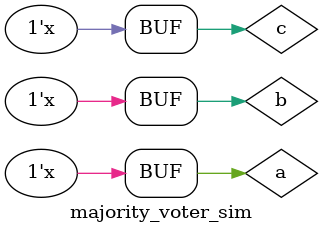
<source format=v>
`timescale 1ns / 1ps


module majority_voter_sim;
    reg a, b, c;
    wire f;
    majority_voter voter(a, b, c, f);
    initial begin
        a = 0;
        b = 0;
        c = 0;
    end
    always #10 {a, b, c} = {a, b, c} + 1;
endmodule

</source>
